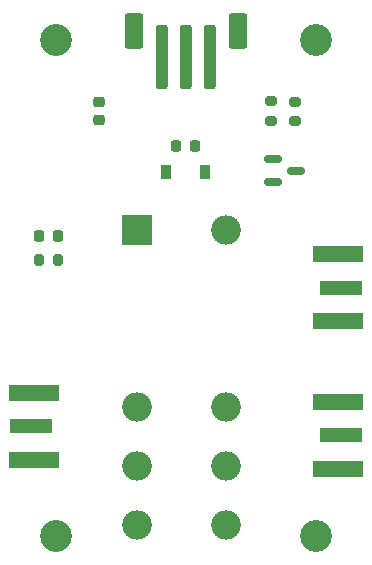
<source format=gbr>
%TF.GenerationSoftware,KiCad,Pcbnew,(6.0.1)*%
%TF.CreationDate,2022-02-11T18:33:40+00:00*%
%TF.ProjectId,Relay_RF_G2RL,52656c61-795f-4524-965f-4732524c2e6b,rev?*%
%TF.SameCoordinates,Original*%
%TF.FileFunction,Soldermask,Top*%
%TF.FilePolarity,Negative*%
%FSLAX46Y46*%
G04 Gerber Fmt 4.6, Leading zero omitted, Abs format (unit mm)*
G04 Created by KiCad (PCBNEW (6.0.1)) date 2022-02-11 18:33:40*
%MOMM*%
%LPD*%
G01*
G04 APERTURE LIST*
G04 Aperture macros list*
%AMRoundRect*
0 Rectangle with rounded corners*
0 $1 Rounding radius*
0 $2 $3 $4 $5 $6 $7 $8 $9 X,Y pos of 4 corners*
0 Add a 4 corners polygon primitive as box body*
4,1,4,$2,$3,$4,$5,$6,$7,$8,$9,$2,$3,0*
0 Add four circle primitives for the rounded corners*
1,1,$1+$1,$2,$3*
1,1,$1+$1,$4,$5*
1,1,$1+$1,$6,$7*
1,1,$1+$1,$8,$9*
0 Add four rect primitives between the rounded corners*
20,1,$1+$1,$2,$3,$4,$5,0*
20,1,$1+$1,$4,$5,$6,$7,0*
20,1,$1+$1,$6,$7,$8,$9,0*
20,1,$1+$1,$8,$9,$2,$3,0*%
G04 Aperture macros list end*
%ADD10C,2.700000*%
%ADD11R,3.600000X1.270000*%
%ADD12R,4.200000X1.350000*%
%ADD13RoundRect,0.200000X0.200000X0.275000X-0.200000X0.275000X-0.200000X-0.275000X0.200000X-0.275000X0*%
%ADD14RoundRect,0.200000X0.275000X-0.200000X0.275000X0.200000X-0.275000X0.200000X-0.275000X-0.200000X0*%
%ADD15RoundRect,0.225000X0.225000X0.250000X-0.225000X0.250000X-0.225000X-0.250000X0.225000X-0.250000X0*%
%ADD16RoundRect,0.200000X-0.275000X0.200000X-0.275000X-0.200000X0.275000X-0.200000X0.275000X0.200000X0*%
%ADD17RoundRect,0.225000X0.250000X-0.225000X0.250000X0.225000X-0.250000X0.225000X-0.250000X-0.225000X0*%
%ADD18RoundRect,0.250000X-0.250000X-2.500000X0.250000X-2.500000X0.250000X2.500000X-0.250000X2.500000X0*%
%ADD19RoundRect,0.250000X-0.550000X-1.250000X0.550000X-1.250000X0.550000X1.250000X-0.550000X1.250000X0*%
%ADD20RoundRect,0.218750X-0.218750X-0.256250X0.218750X-0.256250X0.218750X0.256250X-0.218750X0.256250X0*%
%ADD21RoundRect,0.150000X-0.587500X-0.150000X0.587500X-0.150000X0.587500X0.150000X-0.587500X0.150000X0*%
%ADD22R,2.500000X2.500000*%
%ADD23O,2.500000X2.500000*%
%ADD24R,0.900000X1.200000*%
G04 APERTURE END LIST*
D10*
%TO.C,H1*%
X104000000Y-104000000D03*
%TD*%
D11*
%TO.C,J2*%
X101900000Y-136750000D03*
D12*
X102100000Y-139575000D03*
X102100000Y-133925000D03*
%TD*%
D13*
%TO.C,R2*%
X104200000Y-122700000D03*
X102550000Y-122700000D03*
%TD*%
D14*
%TO.C,R1*%
X122200000Y-110875000D03*
X122200000Y-109225000D03*
%TD*%
D15*
%TO.C,C2*%
X115725000Y-113000000D03*
X114175000Y-113000000D03*
%TD*%
D16*
%TO.C,R3*%
X124250000Y-109275000D03*
X124250000Y-110925000D03*
%TD*%
D17*
%TO.C,C1*%
X107650000Y-110800000D03*
X107650000Y-109250000D03*
%TD*%
D10*
%TO.C,H4*%
X126000000Y-146000000D03*
%TD*%
%TO.C,H2*%
X104000000Y-146000000D03*
%TD*%
D18*
%TO.C,J1*%
X113000000Y-105500000D03*
X115000000Y-105500000D03*
X117000000Y-105500000D03*
D19*
X119400000Y-103250000D03*
X110600000Y-103250000D03*
%TD*%
D11*
%TO.C,J4*%
X128100000Y-137500000D03*
D12*
X127900000Y-134675000D03*
X127900000Y-140325000D03*
%TD*%
D20*
%TO.C,D2*%
X102550000Y-120600000D03*
X104125000Y-120600000D03*
%TD*%
D21*
%TO.C,Q1*%
X122400000Y-114150000D03*
X122400000Y-116050000D03*
X124275000Y-115100000D03*
%TD*%
D10*
%TO.C,H3*%
X126000000Y-104000000D03*
%TD*%
D22*
%TO.C,RL1*%
X110850000Y-120100000D03*
D23*
X110850000Y-135100000D03*
X110850000Y-140100000D03*
X110850000Y-145100000D03*
X118350000Y-145100000D03*
X118350000Y-140100000D03*
X118350000Y-135100000D03*
X118350000Y-120100000D03*
%TD*%
D11*
%TO.C,J3*%
X128100000Y-125000000D03*
D12*
X127900000Y-122175000D03*
X127900000Y-127825000D03*
%TD*%
D24*
%TO.C,D1*%
X113300000Y-115250000D03*
X116600000Y-115250000D03*
%TD*%
M02*

</source>
